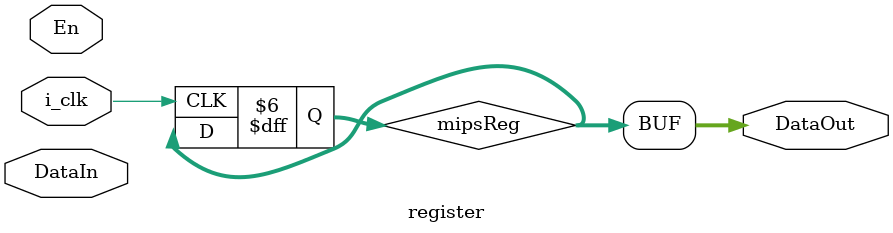
<source format=v>
module register #(parameter regAddr=0)(
input   i_clk,
input   En,
input   [31:0] DataIn,
output  [31:0] DataOut
);

reg [31:0] mipsReg;

initial
begin
    mipsReg <= 32'd0;
end

assign DataOut = mipsReg;

always @(posedge i_clk)
begin
    if(En & regAddr !=0)
        mipsReg <= DataIn;
end

endmodule
</source>
